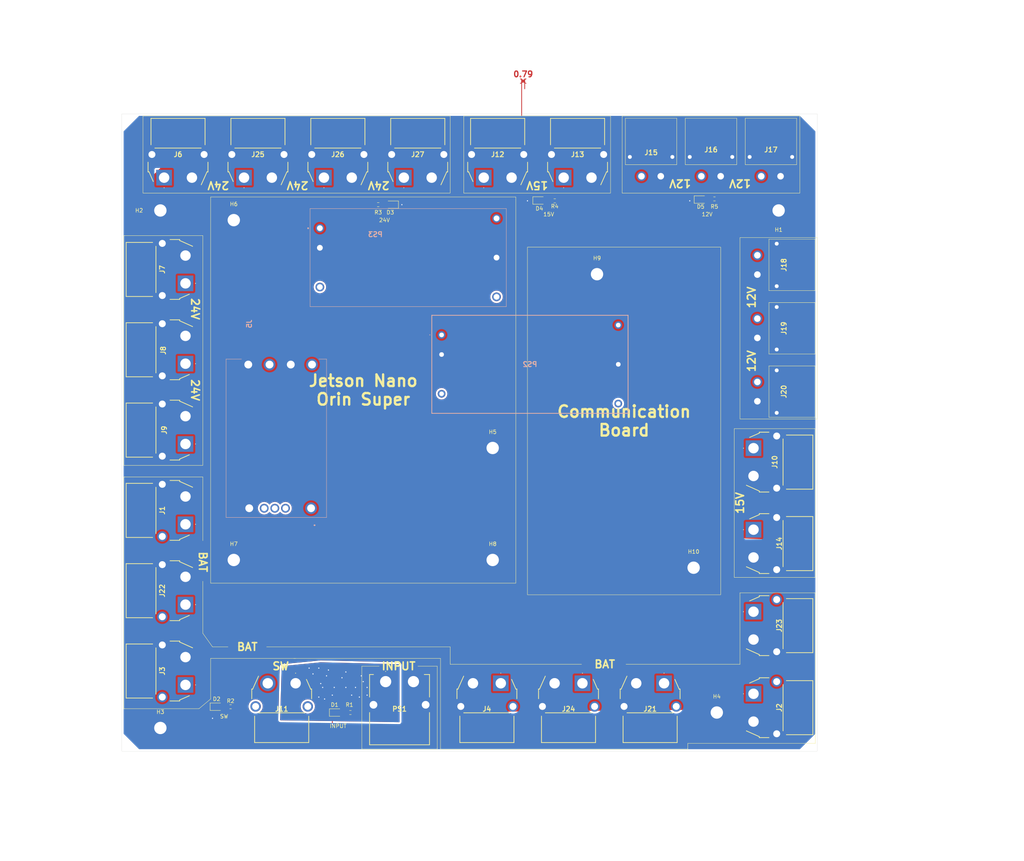
<source format=kicad_pcb>
(kicad_pcb (version 20241229) (generator "pcbnew") (generator_version "9.0")
  (layers (0 "F.Cu" signal) (2 "B.Cu" signal) (13 "F.Paste" user) (15 "B.Paste" user) (5 "F.SilkS" user "F.Silkscreen") (7 "B.SilkS" user "B.Silkscreen") (1 "F.Mask" user) (3 "B.Mask" user) (25 "Edge.Cuts" user))
  (net 0 "")
  (net 1 "GND")
  (net 2 "Net-(D3-A)")
  (net 3 "PVDD")
  (net 5 "+24V")
  (net 8 "+15V")
  (net 11 "+48V_IN")
  (net 12 "+12V")
  (net 17 "Net-(D1-A)")
  (net 18 "Net-(D2-A)")
  (net 19 "Net-(D4-A)")
  (net 20 "Net-(D5-A)")
  (footprint "URC_Con:XT60PWF" (layer "F.Cu") (at 64.97 64)
    (property "Reference" "J6" (at 3.6 -6 0) (layer "F.SilkS") (effects (font (size 1.27 1.27) (thickness 0.254))))
    (property "Value" "XT60PW-F" (hide yes))
    (pad "1" thru_hole rect (at 0 0) (size 4.05 4.05) (drill 2.7) (layers "*.Cu" "*.Mask") (net 5 "+24V"))
    (pad "2" thru_hole circle (at 7.2 0) (size 4.05 4.05) (drill 2.7) (layers "*.Cu" "*.Mask") (net 1 "GND"))
    (pad "3" thru_hole circle (at -3.15 -6) (size 2.7 2.7) (drill 1.8) (layers "*.Cu" "*.Mask") (net 1 "GND"))
    (pad "4" thru_hole circle (at 10.35 -6) (size 2.7 2.7) (drill 1.8) (layers "*.Cu" "*.Mask") (net 1 "GND"))
  )
  (footprint "URC_Con:XT60PWF" (layer "F.Cu") (at 173.225 194.925 180)
    (property "Reference" "J24" (at 3.6 -6.663 0) (layer "F.SilkS") (effects (font (size 1.27 1.27) (thickness 0.254))))
    (property "Value" "XT60PW-F" (hide yes))
    (pad "1" thru_hole rect (at 0 0 180) (size 4.05 4.05) (drill 2.7) (layers "*.Cu" "*.Mask") (net 3 "PVDD"))
    (pad "2" thru_hole circle (at 7.2 0 180) (size 4.05 4.05) (drill 2.7) (layers "*.Cu" "*.Mask") (net 1 "GND"))
    (pad "3" thru_hole circle (at -3.15 -6 180) (size 2.7 2.7) (drill 1.8) (layers "*.Cu" "*.Mask") (net 3 "PVDD"))
    (pad "4" thru_hole circle (at 10.35 -6 180) (size 2.7 2.7) (drill 1.8) (layers "*.Cu" "*.Mask") (net 1 "GND"))
  )
  (footprint "MountingHole:MountingHole_3.2mm_M3_Pad" (layer "F.Cu") (at 150 134)
    (property "Reference" "H5" (at 0 -4.15 0) (layer "F.SilkS"))
    (property "Value" "MountingHole_Pad")
    (pad "1" thru_hole circle (at 0 0) (size 6.4 6.4) (drill 3.2) (layers "*.Cu" "*.Mask") (net 1 "GND"))
  )
  (footprint "MountingHole:MountingHole_3.2mm_M3_Pad" (layer "F.Cu") (at 83 75)
    (property "Reference" "H6" (at 0 -4.15 0) (layer "F.SilkS"))
    (property "Value" "MountingHole_Pad")
    (pad "1" thru_hole circle (at 0 0) (size 6.4 6.4) (drill 3.2) (layers "*.Cu" "*.Mask") (net 1 "GND"))
  )
  (footprint "URC_Con:XT60PWF" (layer "F.Cu") (at 127.01 64)
    (property "Reference" "J27" (at 3.6 -6 0) (layer "F.SilkS") (effects (font (size 1.27 1.27) (thickness 0.254))))
    (property "Value" "XT60PW-F" (hide yes))
    (pad "1" thru_hole rect (at 0 0) (size 4.05 4.05) (drill 2.7) (layers "*.Cu" "*.Mask") (net 5 "+24V"))
    (pad "2" thru_hole circle (at 7.2 0) (size 4.05 4.05) (drill 2.7) (layers "*.Cu" "*.Mask") (net 1 "GND"))
    (pad "3" thru_hole circle (at -3.15 -6) (size 2.7 2.7) (drill 1.8) (layers "*.Cu" "*.Mask") (net 1 "GND"))
    (pad "4" thru_hole circle (at 10.35 -6) (size 2.7 2.7) (drill 1.8) (layers "*.Cu" "*.Mask") (net 1 "GND"))
  )
  (footprint "URC_Con:XT60PWF" (layer "F.Cu") (at 168.37 64)
    (property "Reference" "J13" (at 3.6 -6 0) (layer "F.SilkS") (effects (font (size 1.27 1.27) (thickness 0.254))))
    (property "Value" "XT60PW-F" (hide yes))
    (pad "1" thru_hole rect (at 0 0) (size 4.05 4.05) (drill 2.7) (layers "*.Cu" "*.Mask") (net 8 "+15V"))
    (pad "2" thru_hole circle (at 7.2 0) (size 4.05 4.05) (drill 2.7) (layers "*.Cu" "*.Mask") (net 1 "GND"))
    (pad "3" thru_hole circle (at -3.15 -6) (size 2.7 2.7) (drill 1.8) (layers "*.Cu" "*.Mask") (net 1 "GND"))
    (pad "4" thru_hole circle (at 10.35 -6) (size 2.7 2.7) (drill 1.8) (layers "*.Cu" "*.Mask") (net 1 "GND"))
  )
  (footprint "URC_Con:XT60PWF" (layer "F.Cu") (at 99 194.925 180)
    (property "Reference" "J11" (at 3.6 -6.663 0) (layer "F.SilkS") (effects (font (size 1.27 1.27) (thickness 0.254))))
    (property "Value" "XT60PW-F" (hide yes))
    (pad "1" thru_hole rect (at 0 0 180) (size 4.05 4.05) (drill 2.7) (layers "*.Cu" "*.Mask") (net 11 "+48V_IN"))
    (pad "2" thru_hole circle (at 7.2 0 180) (size 4.05 4.05) (drill 2.7) (layers "*.Cu" "*.Mask") (net 3 "PVDD"))
    (pad "3" thru_hole circle (at -3.15 -6 180) (size 2.7 2.7) (drill 1.8) (layers "*.Cu" "*.Mask"))
    (pad "4" thru_hole circle (at 10.35 -6 180) (size 2.7 2.7) (drill 1.8) (layers "*.Cu" "*.Mask"))
  )
  (footprint "URC_Con:XT30PWF" (layer "F.Cu") (at 218.5 100.5 -90)
    (property "Reference" "J19" (at 2.5 -6.862 90) (layer "F.SilkS") (effects (font (size 1.27 1.27) (thickness 0.254))))
    (property "Value" "XT30PW-F" (hide yes))
    (pad "1" thru_hole circle (at 0 0 270) (size 2.55 2.55) (drill 1.7) (layers "*.Cu" "*.Mask") (net 12 "+12V"))
    (pad "2" thru_hole circle (at 5 0 270) (size 2.55 2.55) (drill 1.7) (layers "*.Cu" "*.Mask") (net 1 "GND"))
    (pad "3" thru_hole circle (at -3 -5 270) (size 1.5 1.5) (drill 1) (layers "*.Cu" "*.Mask") (net 1 "GND"))
    (pad "4" thru_hole circle (at 8 -5 270) (size 1.5 1.5) (drill 1) (layers "*.Cu" "*.Mask") (net 1 "GND"))
  )
  (footprint "URC_Con:XT60PWF" (layer "F.Cu") (at 70.5 153.76 90)
    (property "Reference" "J1" (at 3.6 -6 90) (layer "F.SilkS") (effects (font (size 1.27 1.27) (thickness 0.254))))
    (property "Value" "XT60PW-F" (hide yes))
    (pad "1" thru_hole rect (at 0 0 90) (size 4.05 4.05) (drill 2.7) (layers "*.Cu" "*.Mask") (net 3 "PVDD"))
    (pad "2" thru_hole circle (at 7.2 0 90) (size 4.05 4.05) (drill 2.7) (layers "*.Cu" "*.Mask") (net 1 "GND"))
    (pad "3" thru_hole circle (at -3.15 -6 90) (size 2.7 2.7) (drill 1.8) (layers "*.Cu" "*.Mask") (net 3 "PVDD"))
    (pad "4" thru_hole circle (at 10.35 -6 90) (size 2.7 2.7) (drill 1.8) (layers "*.Cu" "*.Mask") (net 1 "GND"))
  )
  (footprint "MountingHole:MountingHole_3.2mm_M3_Pad" (layer "F.Cu") (at 83 163)
    (property "Reference" "H7" (at 0 -4.15 0) (layer "F.SilkS"))
    (property "Value" "MountingHole_Pad")
    (pad "1" thru_hole circle (at 0 0) (size 6.4 6.4) (drill 3.2) (layers "*.Cu" "*.Mask") (net 1 "GND"))
  )
  (footprint "URC_Con:XT60PWF" (layer "F.Cu") (at 152.1 194.925 180)
    (property "Reference" "J4" (at 3.6 -6.663 0) (layer "F.SilkS") (effects (font (size 1.27 1.27) (thickness 0.254))))
    (property "Value" "XT60PW-F" (hide yes))
    (pad "1" thru_hole rect (at 0 0 180) (size 4.05 4.05) (drill 2.7) (layers "*.Cu" "*.Mask") (net 3 "PVDD"))
    (pad "2" thru_hole circle (at 7.2 0 180) (size 4.05 4.05) (drill 2.7) (layers "*.Cu" "*.Mask") (net 1 "GND"))
    (pad "3" thru_hole circle (at -3.15 -6 180) (size 2.7 2.7) (drill 1.8) (layers "*.Cu" "*.Mask") (net 3 "PVDD"))
    (pad "4" thru_hole circle (at 10.35 -6 180) (size 2.7 2.7) (drill 1.8) (layers "*.Cu" "*.Mask") (net 1 "GND"))
  )
  (footprint "Resistor_SMD:R_0603_1608Metric" (layer "F.Cu") (at 82.175 201 180)
    (property "Reference" "R2" (at 0 1.5 0) (layer "F.SilkS"))
    (property "Value" "10kF/(1/10W)/1608")
    (pad "1" smd roundrect (at -0.825 0 180) (size 0.8 0.95) (layers "F.Cu" "F.Mask" "F.Paste") (net 3 "PVDD"))
    (pad "2" smd roundrect (at 0.825 0 180) (size 0.8 0.95) (layers "F.Cu" "F.Mask" "F.Paste") (net 18 "Net-(D2-A)"))
  )
  (footprint "URC_Con:XT60PWF" (layer "F.Cu") (at 70.5 112.170001 90)
    (property "Reference" "J8" (at 3.420001 -5.75 90) (layer "F.SilkS") (effects (font (size 1.27 1.27) (thickness 0.254))))
    (property "Value" "XT60PW-F" (hide yes))
    (pad "1" thru_hole rect (at 0 0 90) (size 4.05 4.05) (drill 2.7) (layers "*.Cu" "*.Mask") (net 5 "+24V"))
    (pad "2" thru_hole circle (at 7.2 0 90) (size 4.05 4.05) (drill 2.7) (layers "*.Cu" "*.Mask") (net 1 "GND"))
    (pad "3" thru_hole circle (at -3.15 -6 90) (size 2.7 2.7) (drill 1.8) (layers "*.Cu" "*.Mask") (net 1 "GND"))
    (pad "4" thru_hole circle (at 10.35 -6 90) (size 2.7 2.7) (drill 1.8) (layers "*.Cu" "*.Mask") (net 1 "GND"))
  )
  (footprint "URC_Con:XT60PWF" (layer "F.Cu") (at 70.5 91.375001 90)
    (property "Reference" "J7" (at 3.6 -6 90) (layer "F.SilkS") (effects (font (size 1.27 1.27) (thickness 0.254))))
    (property "Value" "XT60PW-F" (hide yes))
    (pad "1" thru_hole rect (at 0 0 90) (size 4.05 4.05) (drill 2.7) (layers "*.Cu" "*.Mask") (net 5 "+24V"))
    (pad "2" thru_hole circle (at 7.2 0 90) (size 4.05 4.05) (drill 2.7) (layers "*.Cu" "*.Mask") (net 1 "GND"))
    (pad "3" thru_hole circle (at -3.15 -6 90) (size 2.7 2.7) (drill 1.8) (layers "*.Cu" "*.Mask") (net 1 "GND"))
    (pad "4" thru_hole circle (at 10.35 -6 90) (size 2.7 2.7) (drill 1.8) (layers "*.Cu" "*.Mask") (net 1 "GND"))
  )
  (footprint "URC_Con:XT30PWF" (layer "F.Cu") (at 218.5 116.9 -90)
    (property "Reference" "J20" (at 2.5 -6.862 90) (layer "F.SilkS") (effects (font (size 1.27 1.27) (thickness 0.254))))
    (property "Value" "XT30PW-F" (hide yes))
    (pad "1" thru_hole circle (at 0 0 270) (size 2.55 2.55) (drill 1.7) (layers "*.Cu" "*.Mask") (net 12 "+12V"))
    (pad "2" thru_hole circle (at 5 0 270) (size 2.55 2.55) (drill 1.7) (layers "*.Cu" "*.Mask") (net 1 "GND"))
    (pad "3" thru_hole circle (at -3 -5 270) (size 1.5 1.5) (drill 1) (layers "*.Cu" "*.Mask") (net 1 "GND"))
    (pad "4" thru_hole circle (at 8 -5 270) (size 1.5 1.5) (drill 1) (layers "*.Cu" "*.Mask") (net 1 "GND"))
  )
  (footprint "MountingHole:MountingHole_3.2mm_M3_Pad" (layer "F.Cu") (at 64 206.5)
    (property "Reference" "H3" (at 0 -4.15 0) (layer "F.SilkS"))
    (property "Value" "MountingHole_Pad")
    (pad "1" thru_hole circle (at 0 0) (size 6.4 6.4) (drill 3.2) (layers "*.Cu" "*.Mask") (net 1 "GND"))
  )
  (footprint "Resistor_SMD:R_0603_1608Metric" (layer "F.Cu") (at 166.062499 70 180)
    (property "Reference" "R4" (at 0 -1.43 0) (layer "F.SilkS"))
    (property "Value" "10kF/(1/10W)/1608")
    (pad "1" smd roundrect (at -0.825 0 180) (size 0.8 0.95) (layers "F.Cu" "F.Mask" "F.Paste") (net 8 "+15V"))
    (pad "2" smd roundrect (at 0.825 0 180) (size 0.8 0.95) (layers "F.Cu" "F.Mask" "F.Paste") (net 19 "Net-(D4-A)"))
  )
  (footprint "LED_SMD:LED_0805_2012Metric" (layer "F.Cu") (at 109.437501 202.5)
    (property "Reference" "D1" (at -0.342499 -2 0) (layer "F.SilkS"))
    (property "Value" "LED / 0805 / RED" (hide yes))
    (property "Field" "INPUT" (at 0.562499 3.5 0) (layer "F.SilkS"))
    (pad "1" smd roundrect (at -0.937501 0) (size 0.975 1.4) (layers "F.Cu" "F.Mask" "F.Paste") (net 1 "GND"))
    (pad "2" smd roundrect (at 0.937501 0) (size 0.975 1.4) (layers "F.Cu" "F.Mask" "F.Paste") (net 17 "Net-(D1-A)"))
  )
  (footprint "MountingHole:MountingHole_3.2mm_M3_Pad" (layer "F.Cu") (at 208 202.5)
    (property "Reference" "H4" (at 0 -4.15 0) (layer "F.SilkS"))
    (property "Value" "MountingHole_Pad")
    (pad "1" thru_hole circle (at 0 0) (size 6.4 6.4) (drill 3.2) (layers "*.Cu" "*.Mask") (net 1 "GND"))
  )
  (footprint "URC_Con:XT30PWF" (layer "F.Cu") (at 219.5 63.6375)
    (property "Reference" "J17" (at 2.5 -6.862 0) (layer "F.SilkS") (effects (font (size 1.27 1.27) (thickness 0.254))))
    (property "Value" "XT30PW-F" (hide yes))
    (pad "1" thru_hole circle (at 0 0) (size 2.55 2.55) (drill 1.7) (layers "*.Cu" "*.Mask") (net 12 "+12V"))
    (pad "2" thru_hole circle (at 5 0) (size 2.55 2.55) (drill 1.7) (layers "*.Cu" "*.Mask") (net 1 "GND"))
    (pad "3" thru_hole circle (at -3 -5) (size 1.5 1.5) (drill 1) (layers "*.Cu" "*.Mask") (net 1 "GND"))
    (pad "4" thru_hole circle (at 8 -5) (size 1.5 1.5) (drill 1) (layers "*.Cu" "*.Mask") (net 1 "GND"))
  )
  (footprint "URC_Con:XT30PWF" (layer "F.Cu") (at 204 63.6375)
    (property "Reference" "J16" (at 2.5 -6.862 0) (layer "F.SilkS") (effects (font (size 1.27 1.27) (thickness 0.254))))
    (property "Value" "XT30PW-F" (hide yes))
    (pad "1" thru_hole circle (at 0 0) (size 2.55 2.55) (drill 1.7) (layers "*.Cu" "*.Mask") (net 12 "+12V"))
    (pad "2" thru_hole circle (at 5 0) (size 2.55 2.55) (drill 1.7) (layers "*.Cu" "*.Mask") (net 1 "GND"))
    (pad "3" thru_hole circle (at -3 -5) (size 1.5 1.5) (drill 1) (layers "*.Cu" "*.Mask") (net 1 "GND"))
    (pad "4" thru_hole circle (at 8 -5) (size 1.5 1.5) (drill 1) (layers "*.Cu" "*.Mask") (net 1 "GND"))
  )
  (footprint "MountingHole:MountingHole_3.2mm_M3_Pad" (layer "F.Cu") (at 224 72.5)
    (property "Reference" "H1" (at 0 5 0) (layer "F.SilkS"))
    (property "Value" "MountingHole_Pad")
    (pad "1" thru_hole circle (at 0 0) (size 6.4 6.4) (drill 3.2) (layers "*.Cu" "*.Mask") (net 1 "GND"))
  )
  (footprint "URC_Con:XT60PWF" (layer "F.Cu") (at 217.5 134.05 -90)
    (property "Reference" "J10" (at 3.6 -5.5 90) (layer "F.SilkS") (effects (font (size 1.27 1.27) (thickness 0.254))))
    (property "Value" "XT60PW-F" (hide yes))
    (pad "1" thru_hole rect (at 0 0 270) (size 4.05 4.05) (drill 2.7) (layers "*.Cu" "*.Mask") (net 8 "+15V"))
    (pad "2" thru_hole circle (at 7.2 0 270) (size 4.05 4.05) (drill 2.7) (layers "*.Cu" "*.Mask") (net 1 "GND"))
    (pad "3" thru_hole circle (at -3.15 -6 270) (size 2.7 2.7) (drill 1.8) (layers "*.Cu" "*.Mask") (net 1 "GND"))
    (pad "4" thru_hole circle (at 10.35 -6 270) (size 2.7 2.7) (drill 1.8) (layers "*.Cu" "*.Mask") (net 1 "GND"))
  )
  (footprint "URC_Con:XT60PWM" (layer "F.Cu") (at 122.3 194.5)
    (property "Reference" "PS1" (at 3.6 7.088 0) (layer "F.SilkS") (effects (font (size 1.27 1.27) (thickness 0.254))))
    (property "Value" "XT60PW-M" (hide yes))
    (pad "1" thru_hole rect (at 0 0) (size 4.35 4.35) (drill 2.9) (layers "*.Cu" "*.Mask") (net 11 "+48V_IN"))
    (pad "2" thru_hole circle (at 7.2 0) (size 4.35 4.35) (drill 2.9) (layers "*.Cu" "*.Mask") (net 1 "GND"))
    (pad "MH1" thru_hole circle (at -3.15 6) (size 3 3) (drill 2) (layers "*.Cu" "*.Mask") (net 11 "+48V_IN"))
    (pad "MH2" thru_hole circle (at 10.35 6) (size 3 3) (drill 2) (layers "*.Cu" "*.Mask") (net 1 "GND"))
  )
  (footprint "Resistor_SMD:R_0603_1608Metric" (layer "F.Cu") (at 120.375001 71)
    (property "Reference" "R3" (at 0 2 0) (layer "F.SilkS"))
    (property "Value" "10kF/(1/10W)/1608")
    (pad "1" smd roundrect (at -0.825 0) (size 0.8 0.95) (layers "F.Cu" "F.Mask" "F.Paste") (net 5 "+24V"))
    (pad "2" smd roundrect (at 0.825 0) (size 0.8 0.95) (layers "F.Cu" "F.Mask" "F.Paste") (net 2 "Net-(D3-A)"))
  )
  (footprint "URC_Con:XT60PWF" (layer "F.Cu") (at 217.5 155.15 -90)
    (property "Reference" "J14" (at 3.6 -6.663 90) (layer "F.SilkS") (effects (font (size 1.27 1.27) (thickness 0.254))))
    (property "Value" "XT60PW-F" (hide yes))
    (pad "1" thru_hole rect (at 0 0 270) (size 4.05 4.05) (drill 2.7) (layers "*.Cu" "*.Mask") (net 8 "+15V"))
    (pad "2" thru_hole circle (at 7.2 0 270) (size 4.05 4.05) (drill 2.7) (layers "*.Cu" "*.Mask") (net 1 "GND"))
    (pad "3" thru_hole circle (at -3.15 -6 270) (size 2.7 2.7) (drill 1.8) (layers "*.Cu" "*.Mask") (net 1 "GND"))
    (pad "4" thru_hole circle (at 10.35 -6 270) (size 2.7 2.7) (drill 1.8) (layers "*.Cu" "*.Mask") (net 1 "GND"))
  )
  (footprint "MountingHole:MountingHole_3.2mm_M3_Pad" (layer "F.Cu") (at 64 72.5)
    (property "Reference" "H2" (at -5.5 0 0) (layer "F.SilkS"))
    (property "Value" "MountingHole_Pad")
    (pad "1" thru_hole circle (at 0 0) (size 6.4 6.4) (drill 3.2) (layers "*.Cu" "*.Mask") (net 1 "GND"))
  )
  (footprint "Resistor_SMD:R_0603_1608Metric" (layer "F.Cu") (at 207.387499 69.5 180)
    (property "Reference" "R5" (at 0 -2 0) (layer "F.SilkS"))
    (property "Value" "10kF/(1/10W)/1608")
    (pad "1" smd roundrect (at -0.825 0 180) (size 0.8 0.95) (layers "F.Cu" "F.Mask" "F.Paste") (net 12 "+12V"))
    (pad "2" smd roundrect (at 0.825 0 180) (size 0.8 0.95) (layers "F.Cu" "F.Mask" "F.Paste") (net 20 "Net-(D5-A)"))
  )
  (footprint "MountingHole:MountingHole_3.2mm_M3_Pad" (layer "F.Cu") (at 150 163)
    (property "Reference" "H8" (at 0 -4.15 0) (layer "F.SilkS"))
    (property "Value" "MountingHole_Pad")
    (pad "1" thru_hole circle (at 0 0) (size 6.4 6.4) (drill 3.2) (layers "*.Cu" "*.Mask") (net 1 "GND"))
  )
  (footprint "LED_SMD:LED_0805_2012Metric" (layer "F.Cu") (at 78.562499 201)
    (property "Reference" "D2" (at 0 -2.000001 0) (layer "F.SilkS"))
    (property "Value" "LED / 0805 / YELLOW")
    (property "Field" "SW" (at 1.937501 2.5 0) (layer "F.SilkS"))
    (pad "1" smd roundrect (at -0.937501 0) (size 0.975 1.4) (layers "F.Cu" "F.Mask" "F.Paste") (net 1 "GND"))
    (pad "2" smd roundrect (at 0.937501 0) (size 0.975 1.4) (layers "F.Cu" "F.Mask" "F.Paste") (net 18 "Net-(D2-A)"))
  )
  (footprint "URC_Con:XT30PWF" (layer "F.Cu") (at 218.5 84.1 -90)
    (property "Reference" "J18" (at 2.5 -6.862 90) (layer "F.SilkS") (effects (font (size 1.27 1.27) (thickness 0.254))))
    (property "Value" "XT30PW-F" (hide yes))
    (pad "1" thru_hole circle (at 0 0 270) (size 2.55 2.55) (drill 1.7) (layers "*.Cu" "*.Mask") (net 12 "+12V"))
    (pad "2" thru_hole circle (at 5 0 270) (size 2.55 2.55) (drill 1.7) (layers "*.Cu" "*.Mask") (net 1 "GND"))
    (pad "3" thru_hole circle (at -3 -5 270) (size 1.5 1.5) (drill 1) (layers "*.Cu" "*.Mask") (net 1 "GND"))
    (pad "4" thru_hole circle (at 8 -5 270) (size 1.5 1.5) (drill 1) (layers "*.Cu" "*.Mask") (net 1 "GND"))
  )
  (footprint "LED_SMD:LED_0805_2012Metric" (layer "F.Cu") (at 123.937501 71 180)
    (property "Reference" "D3" (at 0.437501 -2 0) (layer "F.SilkS"))
    (property "Value" "LED / 0805 / GREEN")
    (property "Field" "24V" (at 1.937501 -4 0) (layer "F.SilkS"))
    (pad "1" smd roundrect (at -0.937501 0 180) (size 0.975 1.4) (layers "F.Cu" "F.Mask" "F.Paste") (net 1 "GND"))
    (pad "2" smd roundrect (at 0.937501 0 180) (size 0.975 1.4) (layers "F.Cu" "F.Mask" "F.Paste") (net 2 "Net-(D3-A)"))
  )
  (footprint "URC_Con:XT60PWF" (layer "F.Cu") (at 106.33 64)
    (property "Reference" "J26" (at 3.6 -6 0) (layer "F.SilkS") (effects (font (size 1.27 1.27) (thickness 0.254))))
    (property "Value" "XT60PW-F" (hide yes))
    (pad "1" thru_hole rect (at 0 0) (size 4.05 4.05) (drill 2.7) (layers "*.Cu" "*.Mask") (net 5 "+24V"))
    (pad "2" thru_hole circle (at 7.2 0) (size 4.05 4.05) (drill 2.7) (layers "*.Cu" "*.Mask") (net 1 "GND"))
    (pad "3" thru_hole circle (at -3.15 -6) (size 2.7 2.7) (drill 1.8) (layers "*.Cu" "*.Mask") (net 1 "GND"))
    (pad "4" thru_hole circle (at 10.35 -6) (size 2.7 2.7) (drill 1.8) (layers "*.Cu" "*.Mask") (net 1 "GND"))
  )
  (footprint "URC_Con:XT60PWF" (layer "F.Cu") (at 217.5 197.65 -90)
    (property "Reference" "J2" (at 3.6 -6.663 90) (layer "F.SilkS") (effects (font (size 1.27 1.27) (thickness 0.254))))
    (property "Value" "XT60PW-F" (hide yes))
    (pad "1" thru_hole rect (at 0 0 270) (size 4.05 4.05) (drill 2.7) (layers "*.Cu" "*.Mask") (net 3 "PVDD"))
    (pad "2" thru_hole circle (at 7.2 0 270) (size 4.05 4.05) (drill 2.7) (layers "*.Cu" "*.Mask") (net 1 "GND"))
    (pad "3" thru_hole circle (at -3.15 -6 270) (size 2.7 2.7) (drill 1.8) (layers "*.Cu" "*.Mask") (net 3 "PVDD"))
    (pad "4" thru_hole circle (at 10.35 -6 270) (size 2.7 2.7) (drill 1.8) (layers "*.Cu" "*.Mask") (net 1 "GND"))
  )
  (footprint "URC_Con:XT60PWF" (layer "F.Cu") (at 70.5 174.555 90)
    (property "Reference" "J22" (at 3.6 -6 90) (layer "F.SilkS") (effects (font (size 1.27 1.27) (thickness 0.254))))
    (property "Value" "XT60PW-F" (hide yes))
    (pad "1" thru_hole rect (at 0 0 90) (size 4.05 4.05) (drill 2.7) (layers "*.Cu" "*.Mask") (net 3 "PVDD"))
    (pad "2" thru_hole circle (at 7.2 0 90) (size 4.05 4.05) (drill 2.7) (layers "*.Cu" "*.Mask") (net 1 "GND"))
    (pad "3" thru_hole circle (at -3.15 -6 90) (size 2.7 2.7) (drill 1.8) (layers "*.Cu" "*.Mask") (net 3 "PVDD"))
    (pad "4" thru_hole circle (at 10.35 -6 90) (size 2.7 2.7) (drill 1.8) (layers "*.Cu" "*.Mask") (net 1 "GND"))
  )
  (footprint "Resistor_SMD:R_0603_1608Metric" (layer "F.Cu") (at 113.175 202.5 180)
    (property "Reference" "R1" (at 0.237258 2 0) (layer "F.SilkS"))
    (property "Value" "10kF/(1/10W)/1608")
    (pad "1" smd roundrect (at -0.825 0 180) (size 0.8 0.95) (layers "F.Cu" "F.Mask" "F.Paste") (net 11 "+48V_IN"))
    (pad "2" smd roundrect (at 0.825 0 180) (size 0.8 0.95) (layers "F.Cu" "F.Mask" "F.Paste") (net 17 "Net-(D1-A)"))
  )
  (footprint "URC_Con:XT60PWF" (layer "F.Cu") (at 194.35 194.925 180)
    (property "Reference" "J21" (at 3.6 -6.663 0) (layer "F.SilkS") (effects (font (size 1.27 1.27) (thickness 0.254))))
    (property "Value" "XT60PW-F" (hide yes))
    (pad "1" thru_hole rect (at 0 0 180) (size 4.05 4.05) (drill 2.7) (layers "*.Cu" "*.Mask") (net 3 "PVDD"))
    (pad "2" thru_hole circle (at 7.2 0 180) (size 4.05 4.05) (drill 2.7) (layers "*.Cu" "*.Mask") (net 1 "GND"))
    (pad "3" thru_hole circle (at -3.15 -6 180) (size 2.7 2.7) (drill 1.8) (layers "*.Cu" "*.Mask") (net 3 "PVDD"))
    (pad "4" thru_hole circle (at 10.35 -6 180) (size 2.7 2.7) (drill 1.8) (layers "*.Cu" "*.Mask") (net 1 "GND"))
  )
  (footprint "MountingHole:MountingHole_3.2mm_M3_Pad" (layer "F.Cu") (at 177 89)
    (property "Reference" "H9" (at 0 -4.15 0) (layer "F.SilkS"))
    (property "Value" "MountingHole_Pad")
    (pad "1" thru_hole circle (at 0 0) (size 6.4 6.4) (drill 3.2) (layers "*.Cu" "*.Mask") (net 1 "GND"))
  )
  (footprint "URC_Con:XT60PWF" (layer "F.Cu") (at 217.5 176.4 -90)
    (property "Reference" "J23" (at 3.6 -6.663 90) (layer "F.SilkS") (effects (font (size 1.27 1.27) (thickness 0.254))))
    (property "Value" "XT60PW-F" (hide yes))
    (pad "1" thru_hole rect (at 0 0 270) (size 4.05 4.05) (drill 2.7) (layers "*.Cu" "*.Mask") (net 3 "PVDD"))
    (pad "2" thru_hole circle (at 7.2 0 270) (size 4.05 4.05) (drill 2.7) (layers "*.Cu" "*.Mask") (net 1 "GND"))
    (pad "3" thru_hole circle (at -3.15 -6 270) (size 2.7 2.7) (drill 1.8) (layers "*.Cu" "*.Mask") (net 3 "PVDD"))
    (pad "4" thru_hole circle (at 10.35 -6 270) (size 2.7 2.7) (drill 1.8) (layers "*.Cu" "*.Mask") (net 1 "GND"))
  )
  (footprint "LED_SMD:LED_0805_2012Metric" (layer "F.Cu") (at 162.083364 69.916637)
    (property "Reference" "D4" (at 0 2.083363 0) (layer "F.SilkS"))
    (property "Value" "LED / 0805 / GREEN")
    (property "Field" "15V" (at 2.416636 3.583363 0) (layer "F.SilkS"))
    (pad "1" smd roundrect (at -0.937501 0) (size 0.975 1.4) (layers "F.Cu" "F.Mask" "F.Paste") (net 1 "GND"))
    (pad "2" smd roundrect (at 0.937501 0) (size 0.975 1.4) (layers "F.Cu" "F.Mask" "F.Paste") (net 19 "Net-(D4-A)"))
  )
  (footprint "URC_Con:XT60PWF" (layer "F.Cu") (at 85.65 64)
    (property "Reference" "J25" (at 3.6 -6 0) (layer "F.SilkS") (effects (font (size 1.27 1.27) (thickness 0.254))))
    (property "Value" "XT60PW-F" (hide yes))
    (pad "1" thru_hole rect (at 0 0) (size 4.05 4.05) (drill 2.7) (layers "*.Cu" "*.Mask") (net 5 "+24V"))
    (pad "2" thru_hole circle (at 7.2 0) (size 4.05 4.05) (drill 2.7) (layers "*.Cu" "*.Mask") (net 1 "GND"))
    (pad "3" thru_hole circle (at -3.15 -6) (size 2.7 2.7) (drill 1.8) (layers "*.Cu" "*.Mask") (net 1 "GND"))
    (pad "4" thru_hole circle (at 10.35 -6) (size 2.7 2.7) (drill 1.8) (layers "*.Cu" "*.Mask") (net 1 "GND"))
  )
  (footprint "LED_SMD:LED_0805_2012Metric" (layer "F.Cu") (at 203.825001 69.675)
    (property "Reference" "D5" (at 0 1.825 0) (layer "F.SilkS"))
    (property "Value" "LED / 0805 / GREEN")
    (property "Field" "12V" (at 1.674999 3.825 0) (layer "F.SilkS"))
    (pad "1" smd roundrect (at -0.937501 0) (size 0.975 1.4) (layers "F.Cu" "F.Mask" "F.Paste") (net 1 "GND"))
    (pad "2" smd roundrect (at 0.937501 0) (size 0.975 1.4) (layers "F.Cu" "F.Mask" "F.Paste") (net 20 "Net-(D5-A)"))
  )
  (footprint "URC_Con:XT60PWF" (layer "F.Cu") (at 147.69 64)
    (property "Reference" "J12" (at 3.6 -6 0) (layer "F.SilkS") (effects (font (size 1.27 1.27) (thickness 0.254))))
    (property "Value" "XT60PW-F" (hide yes))
    (pad "1" thru_hole rect (at 0 0) (size 4.05 4.05) (drill 2.7) (layers "*.Cu" "*.Mask") (net 8 "+15V"))
    (pad "2" thru_hole circle (at 7.2 0) (size 4.05 4.05) (drill 2.7) (layers "*.Cu" "*.Mask") (net 1 "GND"))
    (pad "3" thru_hole circle (at -3.15 -6) (size 2.7 2.7) (drill 1.8) (layers "*.Cu" "*.Mask") (net 1 "GND"))
    (pad "4" thru_hole circle (at 10.35 -6) (size 2.7 2.7) (drill 1.8) (layers "*.Cu" "*.Mask") (net 1 "GND"))
  )
  (footprint "URC_Con:XT30PWF" (layer "F.Cu") (at 188.5 63.6375)
    (property "Reference" "J15" (at 2.5 -6.1375 0) (layer "F.SilkS") (effects (font (size 1.27 1.27) (thickness 0.254))))
    (property "Value" "XT30PW-F" (hide yes))
    (pad "1" thru_hole circle (at 0 0) (size 2.55 2.55) (drill 1.7) (layers "*.Cu" "*.Mask") (net 12 "+12V"))
    (pad "2" thru_hole circle (at 5 0) (size 2.55 2.55) (drill 1.7) (layers "*.Cu" "*.Mask") (net 1 "GND"))
    (pad "3" thru_hole circle (at -3 -5) (size 1.5 1.5) (drill 1) (layers "*.Cu" "*.Mask") (net 1 "GND"))
    (pad "4" thru_hole circle (at 8 -5) (size 1.5 1.5) (drill 1) (layers "*.Cu" "*.Mask") (net 1 "GND"))
  )
  (footprint "MountingHole:MountingHole_3.2mm_M3_Pad" (layer "F.Cu") (at 202 165)
    (property "Reference" "H10" (at 0 -4.15 0) (layer "F.SilkS"))
    (property "Value" "MountingHole_Pad")
    (pad "1" thru_hole circle (at 0 0) (size 6.4 6.4) (drill 3.2) (layers "*.Cu" "*.Mask") (net 1 "GND"))
  )
  (footprint "URC_Con:XT60PWF" (layer "F.Cu") (at 70.5 132.965001 90)
    (property "Reference" "J9" (at 3.6 -5.5 90) (layer "F.SilkS") (effects (font (size 1.27 1.27) (thickness 0.254))))
    (property "Value" "XT60PW-F" (hide yes))
    (pad "1" thru_hole rect (at 0 0 90) (size 4.05 4.05) (drill 2.7) (layers "*.Cu" "*.Mask") (net 5 "+24V"))
    (pad "2" thru_hole circle (at 7.2 0 90) (size 4.05 4.05) (drill 2.7) (layers "*.Cu" "*.Mask") (net 1 "GND"))
    (pad "3" thru_hole circle (at -3.15 -6 90) (size 2.7 2.7) (drill 1.8) (layers "*.Cu" "*.Mask") (net 1 "GND"))
    (pad "4" thru_hole circle (at 10.35 -6 90) (size 2.7 2.7) (drill 1.8) (layers "*.Cu" "*.Mask") (net 1 "GND"))
  )
  (footprint "URC_Con:XT60PWF" (layer "F.Cu") (at 70.5 195.35 90)
    (property "Reference" "J3" (at 3.6 -6 90) (layer "F.SilkS") (effects (font (size 1.27 1.27) (thickness 0.254))))
    (property "Value" "XT60PW-F" (hide yes))
    (pad "1" thru_hole rect (at 0 0 90) (size 4.05 4.05) (drill 2.7) (layers "*.Cu" "*.Mask") (net 3 "PVDD"))
    (pad "2" thru_hole circle (at 7.2 0 90) (size 4.05 4.05) (drill 2.7) (layers "*.Cu" "*.Mask") (net 1 "GND"))
    (pad "3" thru_hole circle (at -3.15 -6 90) (size 2.7 2.7) (drill 1.8) (layers "*.Cu" "*.Mask") (net 3 "PVDD"))
    (pad "4" thru_hole circle (at 10.35 -6 90) (size 2.7 2.7) (drill 1.8) (layers "*.Cu" "*.Mask") (net 1 "GND"))
  )
  (footprint "URC_Active:TEN602425WIN" (layer "B.Cu") (at 136.78 104.719999)
    (property "Reference" "PS2" (at 22.86 7.62 0) (layer "B.SilkS") (effects (font (size 1.27 1.27) (thickness 0.254)) (justify mirror)))
    (property "Value" "TEN_60-2412WIN" (hide yes))
    (pad "1" thru_hole circle (at 0 0) (size 2 2) (drill 1.2) (layers "*.Cu" "*.Mask") (net 5 "+24V"))
    (pad "2" thru_hole circle (at 0 5.08) (size 2 2) (drill 1.2) (layers "*.Cu" "*.Mask") (net 1 "GND"))
    (pad "3" thru_hole circle (at 0 15.24) (size 2 2) (drill 1.2) (layers "*.Cu" "*.Mask"))
    (pad "4" thru_hole circle (at 45.72 -2.54) (size 2 2) (drill 1.2) (layers "*.Cu" "*.Mask") (net 12 "+12V"))
    (pad "5" thru_hole circle (at 45.72 7.62) (size 2 2) (drill 1.2) (layers "*.Cu" "*.Mask") (net 1 "GND"))
    (pad "6" thru_hole circle (at 45.72 17.78) (size 2 2) (drill 1.2) (layers "*.Cu" "*.Mask"))
  )
  (footprint "URC_Active:RPA602415SFWP" (layer "B.Cu") (at 128.14 84.7025)
    (property "Reference" "PS3" (at -8.5 -6 0) (layer "B.SilkS") (effects (font (size 1.27 1.27) (thickness 0.254)) (justify mirror)))
    (property "Value" "RPA60-2415SFW_P" (hide yes))
    (pad "1" thru_hole circle (at -22.86 -7.62) (size 2.25 2.25) (drill 1.5) (layers "*.Cu" "*.Mask") (net 5 "+24V"))
    (pad "2" thru_hole circle (at -22.86 -2.54) (size 2.25 2.25) (drill 1.5) (layers "*.Cu" "*.Mask") (net 1 "GND"))
    (pad "3" thru_hole circle (at -22.86 7.62) (size 2.25 2.25) (drill 1.5) (layers "*.Cu" "*.Mask"))
    (pad "4" thru_hole circle (at 22.86 10.16) (size 2.25 2.25) (drill 1.5) (layers "*.Cu" "*.Mask"))
    (pad "5" thru_hole circle (at 22.86 0) (size 2.25 2.25) (drill 1.5) (layers "*.Cu" "*.Mask") (net 1 "GND"))
    (pad "6" thru_hole circle (at 22.86 -10.16) (size 2.25 2.25) (drill 1.5) (layers "*.Cu" "*.Mask") (net 8 "+15V"))
  )
  (footprint "URC_Active:DCM3623T75H26C2T00" (layer "B.Cu") (at 95 131 90)
    (property "Reference" "J5" (at 29.136 -8 90) (layer "B.SilkS") (effects (font (size 1.27 1.27) (thickness 0.254)) (justify mirror)))
    (property "Value" "DCM3623T75H26C2T00" (hide yes))
    (pad "A1" thru_hole circle (at -18.6 8 90) (size 3.045 3.045) (drill 2.03) (layers "*.Cu" "*.Mask") (net 3 "PVDD"))
    (pad "A2" thru_hole circle (at 18.6 8.25 90) (size 3.045 3.045) (drill 2.03) (layers "*.Cu" "*.Mask") (net 5 "+24V"))
    (pad "B1" thru_hole circle (at -18.6 1.38 90) (size 2.28 2.28) (drill 1.52) (layers "*.Cu" "*.Mask"))
    (pad "B2" thru_hole circle (at 18.6 2.75 90) (size 3.045 3.045) (drill 2.03) (layers "*.Cu" "*.Mask") (net 1 "GND"))
    (pad "C1" thru_hole circle (at -18.6 -1.38 90) (size 2.28 2.28) (drill 1.52) (layers "*.Cu" "*.Mask"))
    (pad "C2" thru_hole circle (at 18.6 -2.75 90) (size 3.045 3.045) (drill 2.03) (layers "*.Cu" "*.Mask") (net 5 "+24V"))
    (pad "D1" thru_hole circle (at -18.6 -4.13 90) (size 2.28 2.28) (drill 1.52) (layers "*.Cu" "*.Mask"))
    (pad "D2" thru_hole circle (at 18.6 -8.25 90) (size 3.045 3.045) (drill 2.03) (layers "*.Cu" "*.Mask") (net 1 "GND"))
    (pad "E1" thru_hole circle (at -18.6 -8 90) (size 3.045 3.045) (drill 2.03) (layers "*.Cu" "*.Mask") (net 1 "GND"))
  )
  (gr_rect (start 159 82) (end 209 172) (stroke (width 0.1)) (fill no) (layer "F.SilkS"))
  (gr_line (start 200.5 212) (end 200.5 210.5) (stroke (width 0.1)) (layer "F.SilkS"))
  (gr_line (start 136.5 188.5) (end 136.5 212) (stroke (width 0.1)) (layer "F.SilkS"))
  (gr_line (start 75 182) (end 75 168.5) (stroke (width 0.1)) (layer "F.SilkS"))
  (gr_line (start 91.5 185.5) (end 139 185.5) (stroke (width 0.1)) (layer "F.SilkS"))
  (gr_line (start 233.5 210.5) (end 233.5 171.5) (stroke (width 0.1)) (layer "F.SilkS"))
  (gr_line (start 75 182) (end 77.5 185.5) (stroke (width 0.1)) (layer "F.SilkS"))
  (gr_line (start 135.65 212) (end 135.65 190.5) (stroke (width 0.1)) (layer "F.SilkS"))
  (gr_line (start 54.5 141.5) (end 54.5 201.5) (stroke (width 0.1)) (layer "F.SilkS"))
  (gr_line (start 120.65 190.5) (end 116.15 190.5) (stroke (width 0.1)) (layer "F.SilkS"))
  (gr_line (start 173 190) (end 139 190) (stroke (width 0.1)) (layer "F.SilkS"))
  (gr_rect (start 142.5 48) (end 180.5 68) (stroke (width 0.1)) (fill no) (layer "F.SilkS"))
  (gr_rect (start 212.5 129) (end 233.5 167.5) (stroke (width 0.1)) (fill no) (layer "F.SilkS"))
  (gr_line (start 116.15 190.5) (end 116.15 212) (stroke (width 0.1)) (layer "F.SilkS"))
  (gr_line (start 200.5 210.5) (end 233.5 210.5) (stroke (width 0.1)) (layer "F.SilkS"))
  (gr_rect (start 77 69) (end 156 169) (stroke (width 0.1)) (fill no) (layer "F.SilkS"))
  (gr_line (start 54.5 201.5) (end 74 201.5) (stroke (width 0.1)) (layer "F.SilkS"))
  (gr_rect (start 54.5 79) (end 75 138.5) (stroke (width 0.1)) (fill no) (layer "F.SilkS"))
  (gr_line (start 135.65 190.5) (end 130.65 190.5) (stroke (width 0.1)) (layer "F.SilkS"))
  (gr_line (start 74 201.5) (end 77 199) (stroke (width 0.1)) (layer "F.SilkS"))
  (gr_rect (start 214 79.5) (end 234 126.5) (stroke (width 0.1)) (fill no) (layer "F.SilkS"))
  (gr_line (start 233.5 171.5) (end 214 171.5) (stroke (width 0.1)) (layer "F.SilkS"))
  (gr_line (start 139 185.5) (end 139 190) (stroke (width 0.1)) (layer "F.SilkS"))
  (gr_line (start 116.15 212) (end 135.65 212) (stroke (width 0.1)) (layer "F.SilkS"))
  (gr_line (start 77 199) (end 77 188.5) (stroke (width 0.1)) (layer "F.SilkS"))
  (gr_rect (start 59.5 48) (end 139 68) (stroke (width 0.1)) (fill no) (layer "F.SilkS"))
  (gr_line (start 77.5 185.5) (end 81.5 185.5) (stroke (width 0.1)) (layer "F.SilkS"))
  (gr_line (start 214 190) (end 184.5 190) (stroke (width 0.1)) (layer "F.SilkS"))
  (gr_rect (start 183.5 48) (end 229.5 68) (stroke (width 0.1)) (fill no) (layer "F.SilkS"))
  (gr_line (start 214 171.5) (end 214 190) (stroke (width 0.1)) (layer "F.SilkS"))
  (gr_line (start 75 158) (end 75 141.5) (stroke (width 0.1)) (layer "F.SilkS"))
  (gr_line (start 136.5 212) (end 200.5 212) (stroke (width 0.1)) (layer "F.SilkS"))
  (gr_line (start 75 141.5) (end 54.5 141.5) (stroke (width 0.1)) (layer "F.SilkS"))
  (gr_line (start 98.5 188.5) (end 136.5 188.5) (stroke (width 0.1)) (layer "F.SilkS"))
  (gr_line (start 77 188.5) (end 99 188.5) (stroke (width 0.1)) (layer "F.SilkS"))
  (gr_rect (start 54 47.5) (end 234 212.5) (stroke (width 0.05)) (fill no) (layer "Edge.Cuts"))
  (gr_text "Jetson Nano\nOrin Super" (at 116.5 119 0) (layer "F.SilkS") (effects (font (size 3 3) (thickness 0.6) (bold yes))))
  (gr_text "12V" (at 217 111.5 90) (layer "F.SilkS") (effects (font (size 2 2) (thickness 0.4) (bold yes))))
  (gr_text "12V" (at 198.5 65.5 180) (layer "F.SilkS") (effects (font (size 2 2) (thickness 0.4) (bold yes))))
  (gr_text "15V" (at 161.5 66 180) (layer "F.SilkS") (effects (font (size 2 2) (thickness 0.4) (bold yes))))
  (gr_text "INPUT" (at 125.65 190.5 0) (layer "F.SilkS") (effects (font (size 2 2) (thickness 0.4) (bold yes))))
  (gr_text "12V" (at 214 65.5 180) (layer "F.SilkS") (effects (font (size 2 2) (thickness 0.4) (bold yes))))
  (gr_text "24V" (at 79 66 180) (layer "F.SilkS") (effects (font (size 2 2) (thickness 0.4) (bold yes))))
  (gr_text "24V" (at 120.5 66 180) (layer "F.SilkS") (effects (font (size 2 2) (thickness 0.4) (bold yes))))
  (gr_text "24V" (at 73 119 270) (layer "F.SilkS") (effects (font (size 2 2) (thickness 0.4) (bold yes))))
  (gr_text "BAT" (at 86.5 185.5 0) (layer "F.SilkS") (effects (font (size 2 2) (thickness 0.4) (bold yes))))
  (gr_text "Communication\nBoard" (at 184 127 0) (layer "F.SilkS") (effects (font (size 3 3) (thickness 0.6) (bold yes))))
  (gr_text "15V" (at 214 148.25 90) (layer "F.SilkS") (effects (font (size 2 2) (thickness 0.4) (bold yes))))
  (gr_text "24V" (at 99.5 66 180) (layer "F.SilkS") (effects (font (size 2 2) (thickness 0.4) (bold yes))))
  (gr_text "SW" (at 95.15 190.5 0) (layer "F.SilkS") (effects (font (size 2 2) (thickness 0.4) (bold yes))))
  (gr_text "BAT" (at 179 190 0) (layer "F.SilkS") (effects (font (size 2 2) (thickness 0.4) (bold yes))))
  (gr_text "12V" (at 217 95 90) (layer "F.SilkS") (effects (font (size 2 2) (thickness 0.4) (bold yes))))
  (gr_text "BAT" (at 75 163.5 270) (layer "F.SilkS") (effects (font (size 2 2) (thickness 0.4) (bold yes))))
  (gr_text "24V" (at 73 98 270) (layer "F.SilkS") (effects (font (size 2 2) (thickness 0.4) (bold yes))))
  (dimension (type orthogonal) (layer "F.Cu") (pts (xy 157.5 52) (xy 158.29 41.5)) (height -13) (orientation 0) (format (prefix "") (suffix "") (units 3) (units_format 0) (precision 4) (suppress_zeroes yes)) (style (thickness 0.2) (arrow_length 1.27) (text_position_mode 0) (arrow_direction outward) (extension_height 0.58642) (extension_offset 0.5) (keep_text_aligned yes)) (gr_text "0.79" (at 157.895 37.2 0) (layer "F.Cu") (effects (font (size 1.5 1.5) (thickness 0.3)))))
  (segment (start 161.145863 69.916637) (end 159.083363 69.916637) (width 0.2) (layer "F.Cu") (net 1))
  (segment (start 77.624998 201) (end 77.624998 203.875002) (width 0.2) (layer "F.Cu") (net 1))
  (segment (start 159.083363 69.916637) (end 159 70) (width 0.2) (layer "F.Cu") (net 1))
  (segment (start 124.875002 71) (end 126.5 71) (width 0.2) (layer "F.Cu") (net 1))
  (segment (start 202.8875 69.675) (end 201.325 69.675) (width 0.2) (layer "F.Cu") (net 1))
  (segment (start 201.325 69.675) (end 201 70) (width 0.2) (layer "F.Cu") (net 1))
  (segment (start 77.624998 203.875002) (end 77.5 204) (width 0.2) (layer "F.Cu") (net 1))
  (segment (start 108.5 202.5) (end 108.5 205.5) (width 0.2) (layer "F.Cu") (net 1))
  (via (at 159 70) (size 0.6) (drill 0.3) (layers "F.Cu" "B.Cu") (net 1))
  (via (at 201 70) (size 0.6) (drill 0.3) (layers "F.Cu" "B.Cu") (net 1))
  (via (at 126.5 71) (size 0.6) (drill 0.3) (layers "F.Cu" "B.Cu") (net 1))
  (via (at 77.5 204) (size 0.6) (drill 0.3) (layers "F.Cu" "B.Cu") (net 1))
  (via (at 108.5 205.5) (size 0.6) (drill 0.3) (layers "F.Cu" "B.Cu") (net 1))
  (segment (start 121.200001 71) (end 123 71) (width 0.2) (layer "F.Cu") (net 2))
  (via (at 112 196) (size 0.45) (drill 0.3) (layers "F.Cu" "B.Cu") (net 11))
  (via (at 112 192) (size 0.45) (drill 0.3) (layers "F.Cu" "B.Cu") (net 11))
  (via (at 107.5 191.5) (size 0.45) (drill 0.3) (layers "F.Cu" "B.Cu") (net 11))
  (via (at 114.5 196) (size 0.45) (drill 0.3) (layers "F.Cu" "B.Cu") (net 11))
  (via (at 106.5 199) (size 0.45) (drill 0.3) (layers "F.Cu" "B.Cu") (net 11))
  (via (at 111 193.5) (size 0.45) (drill 0.3) (layers "F.Cu" "B.Cu") (net 11))
  (via (at 108.5 198) (size 0.45) (drill 0.3) (layers "F.Cu" "B.Cu") (net 11))
  (via (at 115.5 198.5) (size 0.45) (drill 0.3) (layers "F.Cu" "B.Cu") (net 11))
  (via (at 102.5 191) (size 0.45) (drill 0.3) (layers "F.Cu" "B.Cu") (net 11))
  (via (at 117.5 198) (size 0.45) (drill 0.3) (layers "F.Cu" "B.Cu") (net 11))
  (via (at 105 191) (size 0.45) (drill 0.3) (layers "F.Cu" "B.Cu") (net 11))
  (via (at 113.5 198) (size 0.45) (drill 0.3) (layers "F.Cu" "B.Cu") (net 11))
  (via (at 117.5 196) (size 0.45) (drill 0.3) (layers "F.Cu" "B.Cu") (net 11))
  (via (at 109 196) (size 0.45) (drill 0.3) (layers "F.Cu" "B.Cu") (net 11))
  (via (at 103.5 192.5) (size 0.45) (drill 0.3) (layers "F.Cu" "B.Cu") (net 11))
  (via (at 107 193) (size 0.45) (drill 0.3) (layers "F.Cu" "B.Cu") (net 11))
  (via (at 116.5 194.5) (size 0.45) (drill 0.3) (layers "F.Cu" "B.Cu") (net 11))
  (via (at 116 193) (size 0.45) (drill 0.3) (layers "F.Cu" "B.Cu") (net 11))
  (via (at 105 198.5) (size 0.45) (drill 0.3) (layers "F.Cu" "B.Cu") (net 11))
  (via (at 105.5 195) (size 0.45) (drill 0.3) (layers "F.Cu" "B.Cu") (net 11))
  (via (at 106 196) (size 0.45) (drill 0.3) (layers "F.Cu" "B.Cu") (net 11))
  (segment (start 110.375002 202.5) (end 112.35 202.5) (width 0.2) (layer "F.Cu") (net 17))
  (segment (start 81.35 201) (end 79.5 201) (width 0.2) (layer "F.Cu") (net 18))
  (segment (start 163.020865 69.916637) (end 165.154136 69.916637) (width 0.2) (layer "F.Cu") (net 19))
  (segment (start 165.154136 69.916637) (end 165.237499 70) (width 0.2) (layer "F.Cu") (net 19))
  (segment (start 206.387499 69.675) (end 206.562499 69.5) (width 0.2) (layer "F.Cu") (net 20))
  (segment (start 204.762502 69.675) (end 206.387499 69.675) (width 0.2) (layer "F.Cu") (net 20))
  (zone (net 3) (net_name "PVDD") (layer "F.Cu") (name "PVDD") (priority 1) (connect_pads yes (clearance 0.5)) (min_thickness 0.25) (fill yes (thermal_gap 0.5) (thermal_bridge_width 0.5) (smoothing chamfer) (radius 5))
    (polygon (pts (xy 227.931307 201.534959) (xy 227.420961 168.362447) (xy 149.5 161) (xy 107.498301 147) (xy 61.57479 147) (xy 61.008368 203.170153)))
  )
  (zone (net 12) (net_name "+12V") (layer "F.Cu") (name "12V") (priority 3) (connect_pads yes (clearance 0.5)) (min_thickness 0.25) (fill yes (thermal_gap 0.5) (thermal_bridge_width 0.5) (smoothing chamfer) (radius 5))
    (polygon (pts (xy 180.5 119) (xy 228 119) (xy 228 56) (xy 180.5 56)))
  )
  (zone (net 8) (net_name "+15V") (layer "F.Cu") (name "15V_F") (priority 4) (connect_pads yes (clearance 0.5)) (min_thickness 0.25) (fill yes (thermal_gap 0.5) (thermal_bridge_width 0.5) (smoothing chamfer) (radius 5))
    (polygon (pts (xy 144.136612 55.5) (xy 174.400128 55.5) (xy 173.611978 97.849508) (xy 175.419962 111.65593) (xy 182 123.5) (xy 186 127) (xy 191 128.5) (xy 228.5 128.993421) (xy 228.5 157.979532) (xy 197.378175 156.705584) (xy 142.5 153.5)))
  )
  (zone (net 5) (net_name "+24V") (layer "F.Cu") (name "24V") (priority 2) (connect_pads yes (clearance 0.5)) (min_thickness 0.25) (fill yes (thermal_gap 0.5) (thermal_bridge_width 0.5) (smoothing chamfer) (radius 5))
    (polygon (pts (xy 62 58.5) (xy 138.5 58.5) (xy 139 59) (xy 139 136.5) (xy 63.5 136.5) (xy 62 135)))
  )
  (zone (net 11) (net_name "+48V_IN") (layers "F.Cu" "B.Cu") (name "INPUT") (priority 8) (connect_pads yes (clearance 0.5)) (min_thickness 0.25) (fill yes (thermal_gap 0.5) (thermal_bridge_width 0.5) (smoothing chamfer))
    (polygon (pts (xy 105.5 189.5) (xy 125.9 190) (xy 125.9 205) (xy 95 204.5) (xy 95.4 190.5)))
  )
  (zone (net 1) (net_name "GND") (layer "B.Cu") (name "GND") (connect_pads yes (clearance 0.5)) (min_thickness 0.25) (fill yes (thermal_gap 0.5) (thermal_bridge_width 0.5) (smoothing chamfer) (radius 5))
    (polygon (pts (xy 25.5 18) (xy 287.5 24.5) (xy 285.5 241) (xy 22.5 240)))
  )
)
</source>
